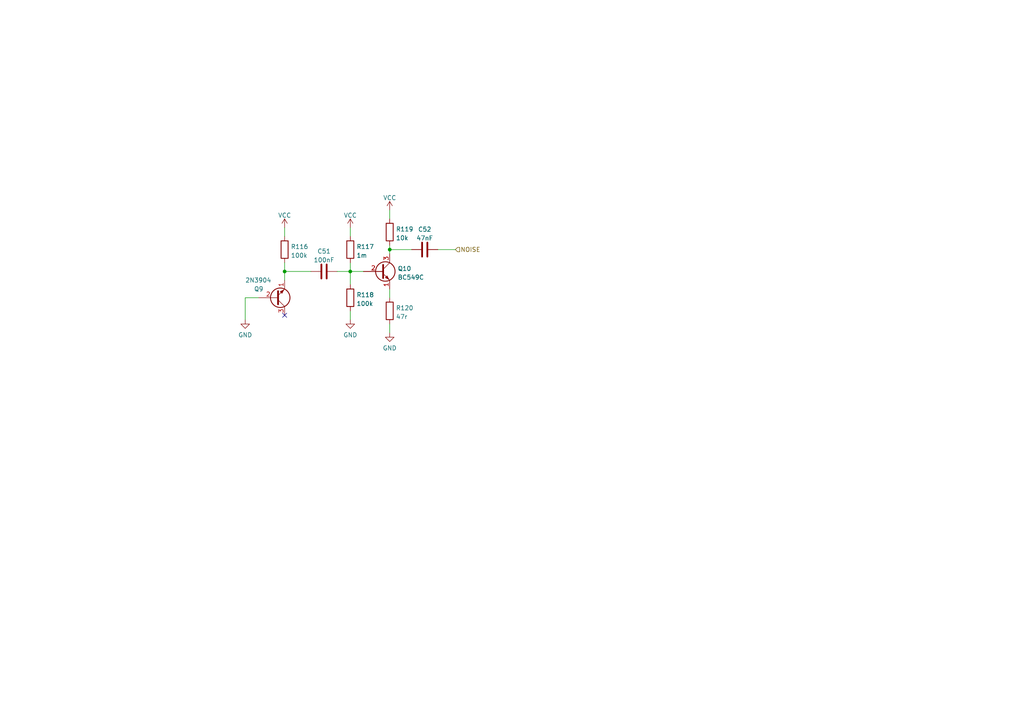
<source format=kicad_sch>
(kicad_sch (version 20211123) (generator eeschema)
  (paper "A4")
  (title_block (comment 2 "creativecommons.org/licenses/by/4.0/") (comment 3 "License: CC BY 4.0") (comment 4 "Author: Guy John"))
  (lib_symbols
    (symbol "Transistor_BJT:2N3904" (pin_names (offset 0) hide)
      (property "Reference" "Q" (at 5.08 1.905 0))
      (property "Value" "2N3904" (at 5.08 0 0))
      (symbol "2N3904_0_1"
        (polyline (pts (xy 0.635 0.635) (xy 2.54 2.54)))
        (polyline (pts (xy 0.635 -0.635) (xy 2.54 -2.54) (xy 2.54 -2.54)))
        (polyline (pts (xy 0.635 1.905) (xy 0.635 -1.905) (xy 0.635 -1.905)) (stroke (width 0.508)))
        (polyline (pts (xy 1.27 -1.778) (xy 1.778 -1.27) (xy 2.286 -2.286) (xy 1.27 -1.778) (xy 1.27 -1.778)) (fill (type outline)))
        (circle (center 1.27 0) (radius 2.8194) (stroke (width 0.254)))
      )
      (symbol "2N3904_1_1"
        (pin passive line (at 2.54 -5.08 90) (length 2.54) (name "E") (number "1"))
        (pin passive line (at -5.08 0 0) (length 5.715) (name "B") (number "2"))
        (pin passive line (at 2.54 5.08 270) (length 2.54) (name "C") (number "3"))
      )
    )
    (symbol "power:GND" (power) (pin_names (offset 0))
      (property "Value" "GND" (at 0 -3.81 0))
      (symbol "GND_0_1"
        (polyline (pts (xy 0 0) (xy 0 -1.27) (xy 1.27 -1.27) (xy 0 -2.54) (xy -1.27 -1.27) (xy 0 -1.27)))
      )
      (symbol "GND_1_1"
        (pin power_in line (at 0 0 270) (length 0) hide (name "GND") (number "1"))
      )
    )
    (symbol "power:VCC" (power) (pin_names (offset 0))
      (property "Value" "VCC" (at 0 3.81 0))
      (symbol "VCC_0_1"
        (polyline (pts (xy -0.762 1.27) (xy 0 2.54)))
        (polyline (pts (xy 0 0) (xy 0 2.54)))
        (polyline (pts (xy 0 2.54) (xy 0.762 1.27)))
      )
      (symbol "VCC_1_1"
        (pin power_in line (at 0 0 90) (length 0) hide (name "VCC") (number "1"))
      )
    )
    (symbol "rumblesan-standard-parts:C" (pin_numbers hide) (pin_names (offset 0.254))
      (property "Reference" "C12" (at -3.175 0 90))
      (property "Value" "C" (at 1.905 1.905 90))
      (symbol "C_0_1"
        (polyline (pts (xy -2.032 -0.762) (xy 2.032 -0.762)) (stroke (width 0.508)))
        (polyline (pts (xy -2.032 0.762) (xy 2.032 0.762)) (stroke (width 0.508)))
      )
      (symbol "C_1_1"
        (pin passive line (at 0 3.81 270) (length 2.794) (name "~") (number "1"))
        (pin passive line (at 0 -3.81 90) (length 2.794) (name "~") (number "2"))
      )
    )
    (symbol "rumblesan-standard-parts:R" (pin_numbers hide) (pin_names (offset 0))
      (property "Reference" "R?" (at 0 0 90))
      (property "Value" "R" (at 0.635 1.905 90))
      (symbol "R_0_1"
        (rectangle (start 1.016 2.54) (end -1.016 -2.54) (stroke (width 0.254)))
      )
      (symbol "R_1_1"
        (pin passive line (at 0 -3.81 90) (length 1.27) (name "~") (number "1"))
        (pin passive line (at 0 3.81 270) (length 1.27) (name "~") (number "2"))
      )
    )
  )
  (junction (at 82.55 78.74))
  (junction (at 101.6 78.74))
  (junction (at 113.03 72.39))
  (no_connect (at 82.55 91.44))
  (wire (pts (xy 113.03 60.96) (xy 113.03 63.5)))
  (wire (pts (xy 82.55 76.2) (xy 82.55 78.74)))
  (wire (pts (xy 101.6 76.2) (xy 101.6 78.74)))
  (wire (pts (xy 74.93 86.36) (xy 71.12 86.36)))
  (wire (pts (xy 97.79 78.74) (xy 101.6 78.74)))
  (wire (pts (xy 113.03 93.98) (xy 113.03 96.52)))
  (wire (pts (xy 113.03 72.39) (xy 119.38 72.39)))
  (wire (pts (xy 101.6 90.17) (xy 101.6 92.71)))
  (wire (pts (xy 127 72.39) (xy 132.08 72.39)))
  (wire (pts (xy 101.6 66.04) (xy 101.6 68.58)))
  (wire (pts (xy 101.6 78.74) (xy 105.41 78.74)))
  (wire (pts (xy 82.55 66.04) (xy 82.55 68.58)))
  (wire (pts (xy 113.03 72.39) (xy 113.03 73.66)))
  (wire (pts (xy 101.6 78.74) (xy 101.6 82.55)))
  (wire (pts (xy 113.03 71.12) (xy 113.03 72.39)))
  (wire (pts (xy 71.12 86.36) (xy 71.12 92.71)))
  (wire (pts (xy 113.03 83.82) (xy 113.03 86.36)))
  (wire (pts (xy 82.55 78.74) (xy 90.17 78.74)))
  (wire (pts (xy 82.55 78.74) (xy 82.55 81.28)))
  (hierarchical_label "NOISE" (shape input) (at 132.08 72.39 0))
  (symbol (lib_id "rumblesan-standard-parts:R") (at 101.6 72.39 0) (unit 1)
    (property "Reference" "R117" (at 103.378 71.5553 0) (effects (justify left)))
    (property "Value" "1m" (at 103.378 74.0922 0) (effects (justify left)))
    (property "Footprint" "rumblesan-standard-parts:R_Axial_DIN0207_L6.3mm_D2.5mm_P10.16mm_Horizontal" (effects hide))
    (property "Tolerance" "1%" (effects hide))
    (property "Power" "0.5W" (effects hide))
    (property "Spec" "metal film" (effects hide))
  )
  (symbol (lib_id "power:GND") (at 101.6 92.71 0) (mirror y) (unit 1)
    (property "Reference" "#PWR0164" (effects hide))
    (property "Value" "GND" (at 101.6 97.1534 0))
  )
  (symbol (lib_id "rumblesan-standard-parts:R") (at 101.6 86.36 0) (unit 1)
    (property "Reference" "R118" (at 103.378 85.5253 0) (effects (justify left)))
    (property "Value" "100k" (at 103.378 88.0622 0) (effects (justify left)))
    (property "Footprint" "rumblesan-standard-parts:R_Axial_DIN0207_L6.3mm_D2.5mm_P10.16mm_Horizontal" (effects hide))
    (property "Tolerance" "1%" (effects hide))
    (property "Power" "0.5W" (effects hide))
    (property "Spec" "metal film" (effects hide))
  )
  (symbol (lib_id "power:VCC") (at 113.03 60.96 0) (unit 1)
    (property "Reference" "#PWR0165" (effects hide))
    (property "Value" "VCC" (at 113.03 57.3842 0))
  )
  (symbol (lib_id "rumblesan-standard-parts:C") (at 93.98 78.74 90) (unit 1)
    (property "Reference" "C51" (at 93.98 72.8812 90))
    (property "Value" "100nF" (at 93.98 75.4181 90))
    (property "Footprint" "rumblesan-standard-parts:C_Rect_L7.0mm_W2.5mm_P5.00mm" (effects hide))
    (property "Spec" "ceramic C0G" (effects hide))
    (property "Tolerance" "5%" (effects hide))
  )
  (symbol (lib_id "Transistor_BJT:2N3904") (at 110.49 78.74 0) (unit 1)
    (property "Reference" "Q10" (at 115.3414 77.9053 0) (effects (justify left)))
    (property "Value" "BC549C" (at 115.3414 80.4422 0) (effects (justify left)))
    (property "Footprint" "rumblesan-standard-parts:TO-92_Inline_Wide" (effects hide))
    (property "Datasheet" "https://www.onsemi.com/pub/Collateral/2N3903-D.PDF" (effects hide))
  )
  (symbol (lib_id "power:VCC") (at 101.6 66.04 0) (unit 1)
    (property "Reference" "#PWR0163" (effects hide))
    (property "Value" "VCC" (at 101.6 62.4642 0))
  )
  (symbol (lib_id "power:VCC") (at 82.55 66.04 0) (unit 1)
    (property "Reference" "#PWR0162" (effects hide))
    (property "Value" "VCC" (at 82.55 62.4642 0))
  )
  (symbol (lib_id "rumblesan-standard-parts:R") (at 113.03 90.17 0) (unit 1)
    (property "Reference" "R120" (at 114.808 89.3353 0) (effects (justify left)))
    (property "Value" "47r" (at 114.808 91.8722 0) (effects (justify left)))
    (property "Footprint" "rumblesan-standard-parts:R_Axial_DIN0207_L6.3mm_D2.5mm_P10.16mm_Horizontal" (effects hide))
    (property "Tolerance" "1%" (effects hide))
    (property "Power" "0.5W" (effects hide))
    (property "Spec" "metal film" (effects hide))
  )
  (symbol (lib_id "power:GND") (at 71.12 92.71 0) (mirror y) (unit 1)
    (property "Reference" "#PWR0161" (effects hide))
    (property "Value" "GND" (at 71.12 97.1534 0))
  )
  (symbol (lib_id "rumblesan-standard-parts:R") (at 82.55 72.39 0) (unit 1)
    (property "Reference" "R116" (at 84.328 71.5553 0) (effects (justify left)))
    (property "Value" "100k" (at 84.328 74.0922 0) (effects (justify left)))
    (property "Footprint" "rumblesan-standard-parts:R_Axial_DIN0207_L6.3mm_D2.5mm_P10.16mm_Horizontal" (effects hide))
    (property "Tolerance" "1%" (effects hide))
    (property "Power" "0.5W" (effects hide))
    (property "Spec" "metal film" (effects hide))
  )
  (symbol (lib_id "power:GND") (at 113.03 96.52 0) (mirror y) (unit 1)
    (property "Reference" "#PWR0166" (effects hide))
    (property "Value" "GND" (at 113.03 100.9634 0))
  )
  (symbol (lib_id "rumblesan-standard-parts:C") (at 123.19 72.39 90) (unit 1)
    (property "Reference" "C52" (at 123.19 66.5312 90))
    (property "Value" "47nF" (at 123.19 69.0681 90))
    (property "Footprint" "rumblesan-standard-parts:C_Rect_L7.0mm_W2.5mm_P5.00mm" (effects hide))
    (property "Spec" "ceramic C0G" (effects hide))
    (property "Tolerance" "5%" (effects hide))
  )
  (symbol (lib_id "Transistor_BJT:2N3904") (at 80.01 86.36 0) (mirror x) (unit 1)
    (property "Reference" "Q9" (at 73.66 83.82 0) (effects (justify left)))
    (property "Value" "2N3904" (at 71.12 81.28 0) (effects (justify left)))
    (property "Footprint" "rumblesan-standard-parts:TO-92_Inline_Wide" (effects hide))
    (property "Datasheet" "https://www.onsemi.com/pub/Collateral/2N3903-D.PDF" (effects hide))
  )
  (symbol (lib_id "rumblesan-standard-parts:R") (at 113.03 67.31 0) (unit 1)
    (property "Reference" "R119" (at 114.808 66.4753 0) (effects (justify left)))
    (property "Value" "10k" (at 114.808 69.0122 0) (effects (justify left)))
    (property "Footprint" "rumblesan-standard-parts:R_Axial_DIN0207_L6.3mm_D2.5mm_P10.16mm_Horizontal" (effects hide))
    (property "Tolerance" "1%" (effects hide))
    (property "Power" "0.5W" (effects hide))
    (property "Spec" "metal film" (effects hide))
  )
)
</source>
